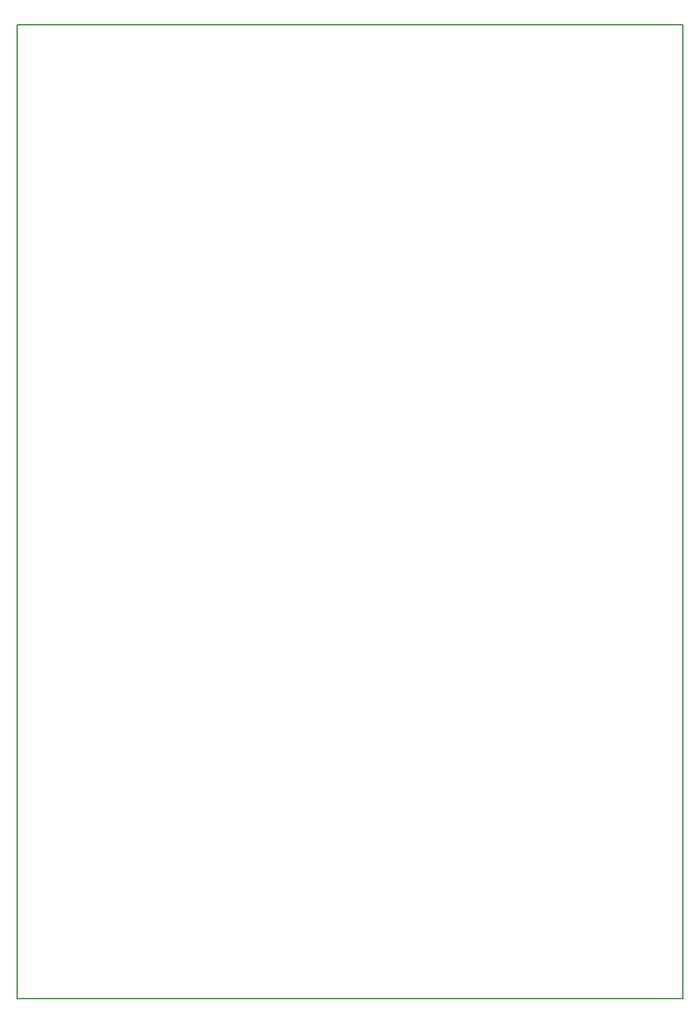
<source format=gbr>
%TF.GenerationSoftware,KiCad,Pcbnew,(6.0.1)*%
%TF.CreationDate,2023-01-12T08:56:13+01:00*%
%TF.ProjectId,MacroPad,4d616372-6f50-4616-942e-6b696361645f,rev?*%
%TF.SameCoordinates,Original*%
%TF.FileFunction,Profile,NP*%
%FSLAX46Y46*%
G04 Gerber Fmt 4.6, Leading zero omitted, Abs format (unit mm)*
G04 Created by KiCad (PCBNEW (6.0.1)) date 2023-01-12 08:56:13*
%MOMM*%
%LPD*%
G01*
G04 APERTURE LIST*
%TA.AperFunction,Profile*%
%ADD10C,0.200000*%
%TD*%
G04 APERTURE END LIST*
D10*
X90000000Y-42000000D02*
X172000000Y-42000000D01*
X172000000Y-42000000D02*
X172000000Y-162000000D01*
X172000000Y-162000000D02*
X90000000Y-162000000D01*
X90000000Y-162000000D02*
X90000000Y-42000000D01*
M02*

</source>
